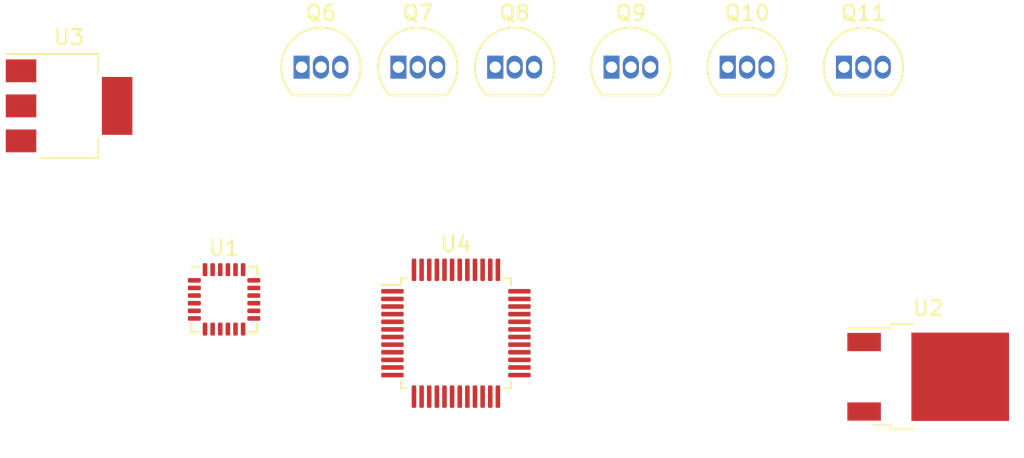
<source format=kicad_pcb>
(kicad_pcb (version 20211014) (generator pcbnew)
  (layers (0 "F.Cu" signal) (31 "B.Cu" signal) (34 "B.Paste" user) (35 "F.Paste" user) (36 "B.SilkS" user "B.Silkscreen") (37 "F.SilkS" user "F.Silkscreen") (38 "B.Mask" user) (39 "F.Mask" user) (44 "Edge.Cuts" user))
  (net 0 "")
  (net 1 "/W")
  (net 3 "Net-(Q10-Pad3)")
  (net 4 "Net-(Q7-Pad1)")
  (net 6 "/V")
  (net 9 "/U")
  (net 34 "Net-(U1-Pad23)")
  (net 35 "Net-(U1-Pad24)")
  (net 75 "/SWD")
  (net 78 "/SWC")
  (net 79 "Net-(U4-Pad38)")
  (net 81 "Net-(R2-Pad1)")
  (net 82 "Net-(R3-Pad1)")
  (net 83 "Net-(R33-Pad1)")
  (net 84 "Net-(R31-Pad1)")
  (net 86 "Net-(R4-Pad1)")
  (footprint "Package_TO_SOT_SMD:SOT-223-3_TabPin2" (layer "F.Cu") (at 91.44 81.28)
    (fp_text reference "U3" (at 0 -4.5) (layer "F.SilkS"))
    (fp_text value "AP1117-33")
    (fp_line (start -1.85 3.41) (end 1.91 3.41) (layer "F.SilkS") (width 0.12))
    (fp_line (start 1.91 3.41) (end 1.91 2.15) (layer "F.SilkS") (width 0.12))
    (fp_line (start -4.1 -3.41) (end 1.91 -3.41) (layer "F.SilkS") (width 0.12))
    (fp_line (start 1.91 -3.41) (end 1.91 -2.15) (layer "F.SilkS") (width 0.12))
    (pad "1" smd rect (at -3.15 -2.3) (size 2 1.5) (layers "F.Cu" "F.Paste" "F.Mask"))
    (pad "2" smd rect (at 3.15 0) (size 2 3.8) (layers "F.Cu" "F.Paste" "F.Mask"))
    (pad "2" smd rect (at -3.15 0) (size 2 1.5) (layers "F.Cu" "F.Paste" "F.Mask"))
    (pad "3" smd rect (at -3.15 2.3) (size 2 1.5) (layers "F.Cu" "F.Paste" "F.Mask"))
  )
  (footprint "Package_TO_SOT_THT:TO-92_Inline" (layer "F.Cu") (at 142.24 78.74)
    (fp_text reference "Q11" (at 1.27 -3.56) (layer "F.SilkS"))
    (fp_text value "75F75")
    (fp_line (start -0.53 1.85) (end 3.07 1.85) (layer "F.SilkS") (width 0.12))
    (fp_arc (start -0.568478 1.838478) (mid -1.132087 -0.994977) (end 1.27 -2.6) (layer "F.SilkS") (width 0.12))
    (fp_arc (start 1.27 -2.6) (mid 3.672087 -0.994977) (end 3.108478 1.838478) (layer "F.SilkS") (width 0.12))
    (pad "1" thru_hole rect (at 0 0) (size 1.05 1.5) (drill 0.75) (layers *.Cu *.Mask) (net 4 "Net-(Q7-Pad1)"))
    (pad "2" thru_hole oval (at 1.27 0) (size 1.05 1.5) (drill 0.75) (layers *.Cu *.Mask))
    (pad "3" thru_hole oval (at 2.54 0) (size 1.05 1.5) (drill 0.75) (layers *.Cu *.Mask) (net 9 "/U"))
  )
  (footprint "Package_TO_SOT_THT:TO-92_Inline" (layer "F.Cu") (at 113.03 78.74)
    (fp_text reference "Q7" (at 1.27 -3.56) (layer "F.SilkS"))
    (fp_text value "75F75")
    (fp_line (start -0.53 1.85) (end 3.07 1.85) (layer "F.SilkS") (width 0.12))
    (fp_arc (start -0.568478 1.838478) (mid -1.132087 -0.994977) (end 1.27 -2.6) (layer "F.SilkS") (width 0.12))
    (fp_arc (start 1.27 -2.6) (mid 3.672087 -0.994977) (end 3.108478 1.838478) (layer "F.SilkS") (width 0.12))
    (pad "1" thru_hole rect (at 0 0) (size 1.05 1.5) (drill 0.75) (layers *.Cu *.Mask) (net 4 "Net-(Q7-Pad1)"))
    (pad "2" thru_hole oval (at 1.27 0) (size 1.05 1.5) (drill 0.75) (layers *.Cu *.Mask))
    (pad "3" thru_hole oval (at 2.54 0) (size 1.05 1.5) (drill 0.75) (layers *.Cu *.Mask) (net 1 "/W"))
  )
  (footprint "Package_TO_SOT_THT:TO-92_Inline" (layer "F.Cu") (at 134.62 78.74)
    (fp_text reference "Q10" (at 1.27 -3.56) (layer "F.SilkS"))
    (fp_text value "75F75")
    (fp_line (start -0.53 1.85) (end 3.07 1.85) (layer "F.SilkS") (width 0.12))
    (fp_arc (start 1.27 -2.6) (mid 3.672087 -0.994977) (end 3.108478 1.838478) (layer "F.SilkS") (width 0.12))
    (fp_arc (start -0.568478 1.838478) (mid -1.132087 -0.994977) (end 1.27 -2.6) (layer "F.SilkS") (width 0.12))
    (pad "1" thru_hole rect (at 0 0) (size 1.05 1.5) (drill 0.75) (layers *.Cu *.Mask) (net 9 "/U"))
    (pad "2" thru_hole oval (at 1.27 0) (size 1.05 1.5) (drill 0.75) (layers *.Cu *.Mask))
    (pad "3" thru_hole oval (at 2.54 0) (size 1.05 1.5) (drill 0.75) (layers *.Cu *.Mask) (net 3 "Net-(Q10-Pad3)"))
  )
  (footprint "Package_TO_SOT_SMD:TO-252-2" (layer "F.Cu") (at 147.76 99.06)
    (fp_text reference "U2" (at 0 -4.5) (layer "F.SilkS"))
    (fp_text value "LM78M05_TO252")
    (fp_line (start -2.47 -3.45) (end -2.47 -3.18) (layer "F.SilkS") (width 0.12))
    (fp_line (start -2.47 3.45) (end -2.47 3.18) (layer "F.SilkS") (width 0.12))
    (fp_line (start -2.47 3.18) (end -3.57 3.18) (layer "F.SilkS") (width 0.12))
    (fp_line (start -0.97 -3.45) (end -2.47 -3.45) (layer "F.SilkS") (width 0.12))
    (fp_line (start -0.97 3.45) (end -2.47 3.45) (layer "F.SilkS") (width 0.12))
    (fp_line (start -2.47 -3.18) (end -5.3 -3.18) (layer "F.SilkS") (width 0.12))
    (pad "1" smd rect (at -4.2 -2.28) (size 2.2 1.2) (layers "F.Cu" "F.Paste" "F.Mask"))
    (pad "2" smd rect (at 2.1 0) (size 6.4 5.8) (layers "F.Cu" "F.Mask"))
    (pad "3" smd rect (at -4.2 2.28) (size 2.2 1.2) (layers "F.Cu" "F.Paste" "F.Mask"))
  )
  (footprint "Package_TO_SOT_THT:TO-92_Inline" (layer "F.Cu") (at 127 78.74)
    (fp_text reference "Q9" (at 1.27 -3.56) (layer "F.SilkS"))
    (fp_text value "75F75")
    (fp_line (start -0.53 1.85) (end 3.07 1.85) (layer "F.SilkS") (width 0.12))
    (fp_arc (start -0.568478 1.838478) (mid -1.132087 -0.994977) (end 1.27 -2.6) (layer "F.SilkS") (width 0.12))
    (fp_arc (start 1.27 -2.6) (mid 3.672087 -0.994977) (end 3.108478 1.838478) (layer "F.SilkS") (width 0.12))
    (pad "1" thru_hole rect (at 0 0) (size 1.05 1.5) (drill 0.75) (layers *.Cu *.Mask) (net 4 "Net-(Q7-Pad1)"))
    (pad "2" thru_hole oval (at 1.27 0) (size 1.05 1.5) (drill 0.75) (layers *.Cu *.Mask))
    (pad "3" thru_hole oval (at 2.54 0) (size 1.05 1.5) (drill 0.75) (layers *.Cu *.Mask) (net 6 "/V"))
  )
  (footprint "Sensor_Motion:InvenSense_QFN-24_4x4mm_P0.5mm" (layer "F.Cu") (at 101.6 93.98)
    (fp_text reference "U1" (at 0 -3.375) (layer "F.SilkS"))
    (fp_text value "MPU-6050")
    (fp_line (start 2.15 2.15) (end 2.15 1.625) (layer "F.SilkS") (width 0.15))
    (fp_line (start -2.15 2.15) (end -2.15 1.625) (layer "F.SilkS") (width 0.15))
    (fp_line (start -2.15 -2.15) (end -1.625 -2.15) (layer "F.SilkS") (width 0.15))
    (fp_line (start 2.15 2.15) (end 1.625 2.15) (layer "F.SilkS") (width 0.15))
    (fp_line (start 2.15 -2.15) (end 2.15 -1.625) (layer "F.SilkS") (width 0.15))
    (fp_line (start 2.15 -2.15) (end 1.625 -2.15) (layer "F.SilkS") (width 0.15))
    (fp_line (start -2.15 2.15) (end -1.625 2.15) (layer "F.SilkS") (width 0.15))
    (pad "1" smd roundrect (at -1.95 -1.25) (size 0.85 0.3) (layers "F.Cu" "F.Paste" "F.Mask"))
    (pad "2" smd roundrect (at -1.95 -0.75) (size 0.85 0.3) (layers "F.Cu" "F.Paste" "F.Mask"))
    (pad "3" smd roundrect (at -1.95 -0.25) (size 0.85 0.3) (layers "F.Cu" "F.Paste" "F.Mask"))
    (pad "4" smd roundrect (at -1.95 0.25) (size 0.85 0.3) (layers "F.Cu" "F.Paste" "F.Mask"))
    (pad "5" smd roundrect (at -1.95 0.75) (size 0.85 0.3) (layers "F.Cu" "F.Paste" "F.Mask"))
    (pad "6" smd roundrect (at -1.95 1.25) (size 0.85 0.3) (layers "F.Cu" "F.Paste" "F.Mask"))
    (pad "7" smd roundrect (at -1.25 1.95 90) (size 0.85 0.3) (layers "F.Cu" "F.Paste" "F.Mask"))
    (pad "8" smd roundrect (at -0.75 1.95 90) (size 0.85 0.3) (layers "F.Cu" "F.Paste" "F.Mask"))
    (pad "9" smd roundrect (at -0.25 1.95 90) (size 0.85 0.3) (layers "F.Cu" "F.Paste" "F.Mask"))
    (pad "10" smd roundrect (at 0.25 1.95 90) (size 0.85 0.3) (layers "F.Cu" "F.Paste" "F.Mask"))
    (pad "11" smd roundrect (at 0.75 1.95 90) (size 0.85 0.3) (layers "F.Cu" "F.Paste" "F.Mask"))
    (pad "12" smd roundrect (at 1.25 1.95 90) (size 0.85 0.3) (layers "F.Cu" "F.Paste" "F.Mask"))
    (pad "13" smd roundrect (at 1.95 1.25) (size 0.85 0.3) (layers "F.Cu" "F.Paste" "F.Mask"))
    (pad "14" smd roundrect (at 1.95 0.75) (size 0.85 0.3) (layers "F.Cu" "F.Paste" "F.Mask"))
    (pad "15" smd roundrect (at 1.95 0.25) (size 0.85 0.3) (layers "F.Cu" "F.Paste" "F.Mask"))
    (pad "16" smd roundrect (at 1.95 -0.25) (size 0.85 0.3) (layers "F.Cu" "F.Paste" "F.Mask"))
    (pad "17" smd roundrect (at 1.95 -0.75) (size 0.85 0.3) (layers "F.Cu" "F.Paste" "F.Mask"))
    (pad "18" smd roundrect (at 1.95 -1.25) (size 0.85 0.3) (layers "F.Cu" "F.Paste" "F.Mask"))
    (pad "19" smd roundrect (at 1.25 -1.95 90) (size 0.85 0.3) (layers "F.Cu" "F.Paste" "F.Mask"))
    (pad "20" smd roundrect (at 0.75 -1.95 90) (size 0.85 0.3) (layers "F.Cu" "F.Paste" "F.Mask"))
    (pad "21" smd roundrect (at 0.25 -1.95 90) (size 0.85 0.3) (layers "F.Cu" "F.Paste" "F.Mask"))
    (pad "22" smd roundrect (at -0.25 -1.95 90) (size 0.85 0.3) (layers "F.Cu" "F.Paste" "F.Mask"))
    (pad "23" smd roundrect (at -0.75 -1.95 90) (size 0.85 0.3) (layers "F.Cu" "F.Paste" "F.Mask") (net 34 "Net-(U1-Pad23)"))
    (pad "24" smd roundrect (at -1.25 -1.95 90) (size 0.85 0.3) (layers "F.Cu" "F.Paste" "F.Mask") (net 35 "Net-(U1-Pad24)"))
  )
  (footprint "Package_TO_SOT_THT:TO-92_Inline" (layer "F.Cu") (at 106.68 78.74)
    (fp_text reference "Q6" (at 1.27 -3.56) (layer "F.SilkS"))
    (fp_text value "75F75")
    (fp_line (start -0.53 1.85) (end 3.07 1.85) (layer "F.SilkS") (width 0.12))
    (fp_arc (start 1.27 -2.6) (mid 3.672087 -0.994977) (end 3.108478 1.838478) (layer "F.SilkS") (width 0.12))
    (fp_arc (start -0.568478 1.838478) (mid -1.132087 -0.994977) (end 1.27 -2.6) (layer "F.SilkS") (width 0.12))
    (pad "1" thru_hole rect (at 0 0) (size 1.05 1.5) (drill 0.75) (layers *.Cu *.Mask) (net 1 "/W"))
    (pad "2" thru_hole oval (at 1.27 0) (size 1.05 1.5) (drill 0.75) (layers *.Cu *.Mask))
    (pad "3" thru_hole oval (at 2.54 0) (size 1.05 1.5) (drill 0.75) (layers *.Cu *.Mask) (net 3 "Net-(Q10-Pad3)"))
  )
  (footprint "Package_QFP:LQFP-48_7x7mm_P0.5mm" (layer "F.Cu") (at 116.8 96.2)
    (fp_text reference "U4" (at 0 -5.85) (layer "F.SilkS"))
    (fp_text value "STM32F103C6Tx")
    (fp_line (start 3.16 3.61) (end 3.61 3.61) (layer "F.SilkS") (width 0.12))
    (fp_line (start -3.61 -3.16) (end -4.9 -3.16) (layer "F.SilkS") (width 0.12))
    (fp_line (start -3.16 -3.61) (end -3.61 -3.61) (layer "F.SilkS") (width 0.12))
    (fp_line (start -3.61 -3.61) (end -3.61 -3.16) (layer "F.SilkS") (width 0.12))
    (fp_line (start 3.61 -3.61) (end 3.61 -3.16) (layer "F.SilkS") (width 0.12))
    (fp_line (start -3.16 3.61) (end -3.61 3.61) (layer "F.SilkS") (width 0.12))
    (fp_line (start -3.61 3.61) (end -3.61 3.16) (layer "F.SilkS") (width 0.12))
    (fp_line (start 3.16 -3.61) (end 3.61 -3.61) (layer "F.SilkS") (width 0.12))
    (fp_line (start 3.61 3.61) (end 3.61 3.16) (layer "F.SilkS") (width 0.12))
    (pad "1" smd roundrect (at -4.1625 -2.75) (size 1.475 0.3) (layers "F.Cu" "F.Paste" "F.Mask"))
    (pad "2" smd roundrect (at -4.1625 -2.25) (size 1.475 0.3) (layers "F.Cu" "F.Paste" "F.Mask"))
    (pad "3" smd roundrect (at -4.1625 -1.75) (size 1.475 0.3) (layers "F.Cu" "F.Paste" "F.Mask"))
    (pad "4" smd roundrect (at -4.1625 -1.25) (size 1.475 0.3) (layers "F.Cu" "F.Paste" "F.Mask"))
    (pad "5" smd roundrect (at -4.1625 -0.75) (size 1.475 0.3) (layers "F.Cu" "F.Paste" "F.Mask"))
    (pad "6" smd roundrect (at -4.1625 -0.25) (size 1.475 0.3) (layers "F.Cu" "F.Paste" "F.Mask"))
    (pad "7" smd roundrect (at -4.1625 0.25) (size 1.475 0.3) (layers "F.Cu" "F.Paste" "F.Mask"))
    (pad "8" smd roundrect (at -4.1625 0.75) (size 1.475 0.3) (layers "F.Cu" "F.Paste" "F.Mask"))
    (pad "9" smd roundrect (at -4.1625 1.25) (size 1.475 0.3) (layers "F.Cu" "F.Paste" "F.Mask"))
    (pad "10" smd roundrect (at -4.1625 1.75) (size 1.475 0.3) (layers "F.Cu" "F.Paste" "F.Mask"))
    (pad "11" smd roundrect (at -4.1625 2.25) (size 1.475 0.3) (layers "F.Cu" "F.Paste" "F.Mask"))
    (pad "12" smd roundrect (at -4.1625 2.75) (size 1.475 0.3) (layers "F.Cu" "F.Paste" "F.Mask"))
    (pad "13" smd roundrect (at -2.75 4.1625) (size 0.3 1.475) (layers "F.Cu" "F.Paste" "F.Mask"))
    (pad "14" smd roundrect (at -2.25 4.1625) (size 0.3 1.475) (layers "F.Cu" "F.Paste" "F.Mask"))
    (pad "15" smd roundrect (at -1.75 4.1625) (size 0.3 1.475) (layers "F.Cu" "F.Paste" "F.Mask"))
    (pad "16" smd roundrect (at -1.25 4.1625) (size 0.3 1.475) (layers "F.Cu" "F.Paste" "F.Mask"))
    (pad "17" smd roundrect (at -0.75 4.1625) (size 0.3 1.475) (layers "F.Cu" "F.Paste" "F.Mask"))
    (pad "18" smd roundrect (at -0.25 4.1625) (size 0.3 1.475) (layers "F.Cu" "F.Paste" "F.Mask"))
    (pad "19" smd roundrect (at 0.25 4.1625) (size 0.3 1.475) (layers "F.Cu" "F.Paste" "F.Mask"))
    (pad "20" smd roundrect (at 0.75 4.1625) (size 0.3 1.475) (layers "F.Cu" "F.Paste" "F.Mask"))
    (pad "21" smd roundrect (at 1.25 4.1625) (size 0.3 1.475) (layers "F.Cu" "F.Paste" "F.Mask"))
    (pad "22" smd roundrect (at 1.75 4.1625) (size 0.3 1.475) (layers "F.Cu" "F.Paste" "F.Mask"))
    (pad "23" smd roundrect (at 2.25 4.1625) (size 0.3 1.475) (layers "F.Cu" "F.Paste" "F.Mask"))
    (pad "24" smd roundrect (at 2.75 4.1625) (size 0.3 1.475) (layers "F.Cu" "F.Paste" "F.Mask"))
    (pad "25" smd roundrect (at 4.1625 2.75) (size 1.475 0.3) (layers "F.Cu" "F.Paste" "F.Mask"))
    (pad "26" smd roundrect (at 4.1625 2.25) (size 1.475 0.3) (layers "F.Cu" "F.Paste" "F.Mask"))
    (pad "27" smd roundrect (at 4.1625 1.75) (size 1.475 0.3) (layers "F.Cu" "F.Paste" "F.Mask"))
    (pad "28" smd roundrect (at 4.1625 1.25) (size 1.475 0.3) (layers "F.Cu" "F.Paste" "F.Mask"))
    (pad "29" smd roundrect (at 4.1625 0.75) (size 1.475 0.3) (layers "F.Cu" "F.Paste" "F.Mask"))
    (pad "30" smd roundrect (at 4.1625 0.25) (size 1.475 0.3) (layers "F.Cu" "F.Paste" "F.Mask"))
    (pad "31" smd roundrect (at 4.1625 -0.25) (size 1.475 0.3) (layers "F.Cu" "F.Paste" "F.Mask"))
    (pad "32" smd roundrect (at 4.1625 -0.75) (size 1.475 0.3) (layers "F.Cu" "F.Paste" "F.Mask"))
    (pad "33" smd roundrect (at 4.1625 -1.25) (size 1.475 0.3) (layers "F.Cu" "F.Paste" "F.Mask"))
    (pad "34" smd roundrect (at 4.1625 -1.75) (size 1.475 0.3) (layers "F.Cu" "F.Paste" "F.Mask") (net 75 "/SWD"))
    (pad "35" smd roundrect (at 4.1625 -2.25) (size 1.475 0.3) (layers "F.Cu" "F.Paste" "F.Mask"))
    (pad "36" smd roundrect (at 4.1625 -2.75) (size 1.475 0.3) (layers "F.Cu" "F.Paste" "F.Mask"))
    (pad "37" smd roundrect (at 2.75 -4.1625) (size 0.3 1.475) (layers "F.Cu" "F.Paste" "F.Mask") (net 78 "/SWC"))
    (pad "38" smd roundrect (at 2.25 -4.1625) (size 0.3 1.475) (layers "F.Cu" "F.Paste" "F.Mask") (net 79 "Net-(U4-Pad38)"))
    (pad "39" smd roundrect (at 1.75 -4.1625) (size 0.3 1.475) (layers "F.Cu" "F.Paste" "F.Mask"))
    (pad "40" smd roundrect (at 1.25 -4.1625) (size 0.3 1.475) (layers "F.Cu" "F.Paste" "F.Mask") (net 81 "Net-(R2-Pad1)"))
    (pad "41" smd roundrect (at 0.75 -4.1625) (size 0.3 1.475) (layers "F.Cu" "F.Paste" "F.Mask") (net 82 "Net-(R3-Pad1)"))
    (pad "42" smd roundrect (at 0.25 -4.1625) (size 0.3 1.475) (layers "F.Cu" "F.Paste" "F.Mask") (net 83 "Net-(R33-Pad1)"))
    (pad "43" smd roundrect (at -0.25 -4.1625) (size 0.3 1.475) (layers "F.Cu" "F.Paste" "F.Mask") (net 84 "Net-(R31-Pad1)"))
    (pad "44" smd roundrect (at -0.75 -4.1625) (size 0.3 1.475) (layers "F.Cu" "F.Paste" "F.Mask"))
    (pad "45" smd roundrect (at -1.25 -4.1625) (size 0.3 1.475) (layers "F.Cu" "F.Paste" "F.Mask") (net 86 "Net-(R4-Pad1)"))
    (pad "46" smd roundrect (at -1.75 -4.1625) (size 0.3 1.475) (layers "F.Cu" "F.Paste" "F.Mask"))
    (pad "47" smd roundrect (at -2.25 -4.1625) (size 0.3 1.475) (layers "F.Cu" "F.Paste" "F.Mask"))
    (pad "48" smd roundrect (at -2.75 -4.1625) (size 0.3 1.475) (layers "F.Cu" "F.Paste" "F.Mask"))
  )
  (footprint "Package_TO_SOT_THT:TO-92_Inline" (layer "F.Cu") (at 119.38 78.74)
    (fp_text reference "Q8" (at 1.27 -3.56) (layer "F.SilkS"))
    (fp_text value "75F75")
    (fp_line (start -0.53 1.85) (end 3.07 1.85) (layer "F.SilkS") (width 0.12))
    (fp_arc (start -0.568478 1.838478) (mid -1.132087 -0.994977) (end 1.27 -2.6) (layer "F.SilkS") (width 0.12))
    (fp_arc (start 1.27 -2.6) (mid 3.672087 -0.994977) (end 3.108478 1.838478) (layer "F.SilkS") (width 0.12))
    (pad "1" thru_hole rect (at 0 0) (size 1.05 1.5) (drill 0.75) (layers *.Cu *.Mask) (net 6 "/V"))
    (pad "2" thru_hole oval (at 1.27 0) (size 1.05 1.5) (drill 0.75) (layers *.Cu *.Mask))
    (pad "3" thru_hole oval (at 2.54 0) (size 1.05 1.5) (drill 0.75) (layers *.Cu *.Mask) (net 3 "Net-(Q10-Pad3)"))
  )
)
</source>
